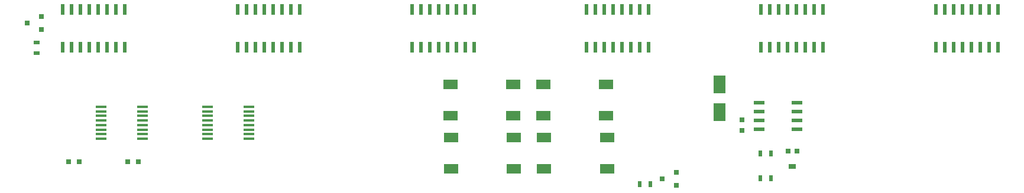
<source format=gtp>
%FSLAX46Y46*%
G04 Gerber Fmt 4.6, Leading zero omitted, Abs format (unit mm)*
G04 Created by KiCad (PCBNEW (2014-10-27 BZR 5228)-product) date 7/25/2015 10:05:20 AM*
%MOMM*%
G01*
G04 APERTURE LIST*
%ADD10C,0.100000*%
%ADD11R,1.800860X2.499360*%
%ADD12R,0.800000X0.750000*%
%ADD13R,0.750000X0.800000*%
%ADD14R,0.500000X0.900000*%
%ADD15R,1.000000X0.700000*%
%ADD16R,0.750000X0.700000*%
%ADD17R,2.100000X1.400000*%
%ADD18R,0.600000X1.500000*%
%ADD19R,1.550000X0.600000*%
%ADD20R,0.800100X0.800100*%
%ADD21R,0.900000X0.500000*%
%ADD22R,1.500000X0.450000*%
G04 APERTURE END LIST*
D10*
D11*
X102108000Y-34069020D03*
X102108000Y-38066980D03*
D12*
X10351200Y-45110400D03*
X8851200Y-45110400D03*
X17334800Y-45110400D03*
X18834800Y-45110400D03*
D13*
X105283000Y-40628000D03*
X105283000Y-39128000D03*
D14*
X109462000Y-43942000D03*
X107962000Y-43942000D03*
X109462000Y-47498000D03*
X107962000Y-47498000D03*
D15*
X112522000Y-45804000D03*
D16*
X113147000Y-43604000D03*
X111897000Y-43604000D03*
D17*
X63522000Y-34072000D03*
X63522000Y-38572000D03*
X72522000Y-34072000D03*
X72522000Y-38572000D03*
X76857000Y-34072000D03*
X76857000Y-38572000D03*
X85857000Y-34072000D03*
X85857000Y-38572000D03*
X85957000Y-46192000D03*
X85957000Y-41692000D03*
X76957000Y-46192000D03*
X76957000Y-41692000D03*
X72622000Y-46192000D03*
X72622000Y-41692000D03*
X63622000Y-46192000D03*
X63622000Y-41692000D03*
D18*
X8051800Y-28735000D03*
X9321800Y-28735000D03*
X10591800Y-28735000D03*
X11861800Y-28735000D03*
X13131800Y-28735000D03*
X14401800Y-28735000D03*
X15671800Y-28735000D03*
X16941800Y-28735000D03*
X16941800Y-23335000D03*
X15671800Y-23335000D03*
X14401800Y-23335000D03*
X13131800Y-23335000D03*
X11861800Y-23335000D03*
X10591800Y-23335000D03*
X9321800Y-23335000D03*
X8051800Y-23335000D03*
X33053020Y-28735000D03*
X34323020Y-28735000D03*
X35593020Y-28735000D03*
X36863020Y-28735000D03*
X38133020Y-28735000D03*
X39403020Y-28735000D03*
X40673020Y-28735000D03*
X41943020Y-28735000D03*
X41943020Y-23335000D03*
X40673020Y-23335000D03*
X39403020Y-23335000D03*
X38133020Y-23335000D03*
X36863020Y-23335000D03*
X35593020Y-23335000D03*
X34323020Y-23335000D03*
X33053020Y-23335000D03*
X58039000Y-28735000D03*
X59309000Y-28735000D03*
X60579000Y-28735000D03*
X61849000Y-28735000D03*
X63119000Y-28735000D03*
X64389000Y-28735000D03*
X65659000Y-28735000D03*
X66929000Y-28735000D03*
X66929000Y-23335000D03*
X65659000Y-23335000D03*
X64389000Y-23335000D03*
X63119000Y-23335000D03*
X61849000Y-23335000D03*
X60579000Y-23335000D03*
X59309000Y-23335000D03*
X58039000Y-23335000D03*
X83058000Y-28735000D03*
X84328000Y-28735000D03*
X85598000Y-28735000D03*
X86868000Y-28735000D03*
X88138000Y-28735000D03*
X89408000Y-28735000D03*
X90678000Y-28735000D03*
X91948000Y-28735000D03*
X91948000Y-23335000D03*
X90678000Y-23335000D03*
X89408000Y-23335000D03*
X88138000Y-23335000D03*
X86868000Y-23335000D03*
X85598000Y-23335000D03*
X84328000Y-23335000D03*
X83058000Y-23335000D03*
X108051600Y-28735000D03*
X109321600Y-28735000D03*
X110591600Y-28735000D03*
X111861600Y-28735000D03*
X113131600Y-28735000D03*
X114401600Y-28735000D03*
X115671600Y-28735000D03*
X116941600Y-28735000D03*
X116941600Y-23335000D03*
X115671600Y-23335000D03*
X114401600Y-23335000D03*
X113131600Y-23335000D03*
X111861600Y-23335000D03*
X110591600Y-23335000D03*
X109321600Y-23335000D03*
X108051600Y-23335000D03*
X133045200Y-28735000D03*
X134315200Y-28735000D03*
X135585200Y-28735000D03*
X136855200Y-28735000D03*
X138125200Y-28735000D03*
X139395200Y-28735000D03*
X140665200Y-28735000D03*
X141935200Y-28735000D03*
X141935200Y-23335000D03*
X140665200Y-23335000D03*
X139395200Y-23335000D03*
X138125200Y-23335000D03*
X136855200Y-23335000D03*
X135585200Y-23335000D03*
X134315200Y-23335000D03*
X133045200Y-23335000D03*
D19*
X107790000Y-36703000D03*
X107790000Y-37973000D03*
X107790000Y-39243000D03*
X107790000Y-40513000D03*
X113190000Y-40513000D03*
X113190000Y-39243000D03*
X113190000Y-37973000D03*
X113190000Y-36703000D03*
D20*
X4937760Y-26223000D03*
X4937760Y-24323000D03*
X2938780Y-25273000D03*
X95869760Y-48575000D03*
X95869760Y-46675000D03*
X93870780Y-47625000D03*
D14*
X92190000Y-48387000D03*
X90690000Y-48387000D03*
D21*
X4318000Y-28079000D03*
X4318000Y-29579000D03*
D22*
X19460000Y-41835500D03*
X19460000Y-41185500D03*
X19460000Y-40535500D03*
X19460000Y-39885500D03*
X19460000Y-39235500D03*
X19460000Y-38585500D03*
X19460000Y-37935500D03*
X19460000Y-37285500D03*
X13560000Y-37285500D03*
X13560000Y-37935500D03*
X13560000Y-38585500D03*
X13560000Y-39235500D03*
X13560000Y-39885500D03*
X13560000Y-40535500D03*
X13560000Y-41185500D03*
X13560000Y-41835500D03*
X34700000Y-41835500D03*
X34700000Y-41185500D03*
X34700000Y-40535500D03*
X34700000Y-39885500D03*
X34700000Y-39235500D03*
X34700000Y-38585500D03*
X34700000Y-37935500D03*
X34700000Y-37285500D03*
X28800000Y-37285500D03*
X28800000Y-37935500D03*
X28800000Y-38585500D03*
X28800000Y-39235500D03*
X28800000Y-39885500D03*
X28800000Y-40535500D03*
X28800000Y-41185500D03*
X28800000Y-41835500D03*
M02*

</source>
